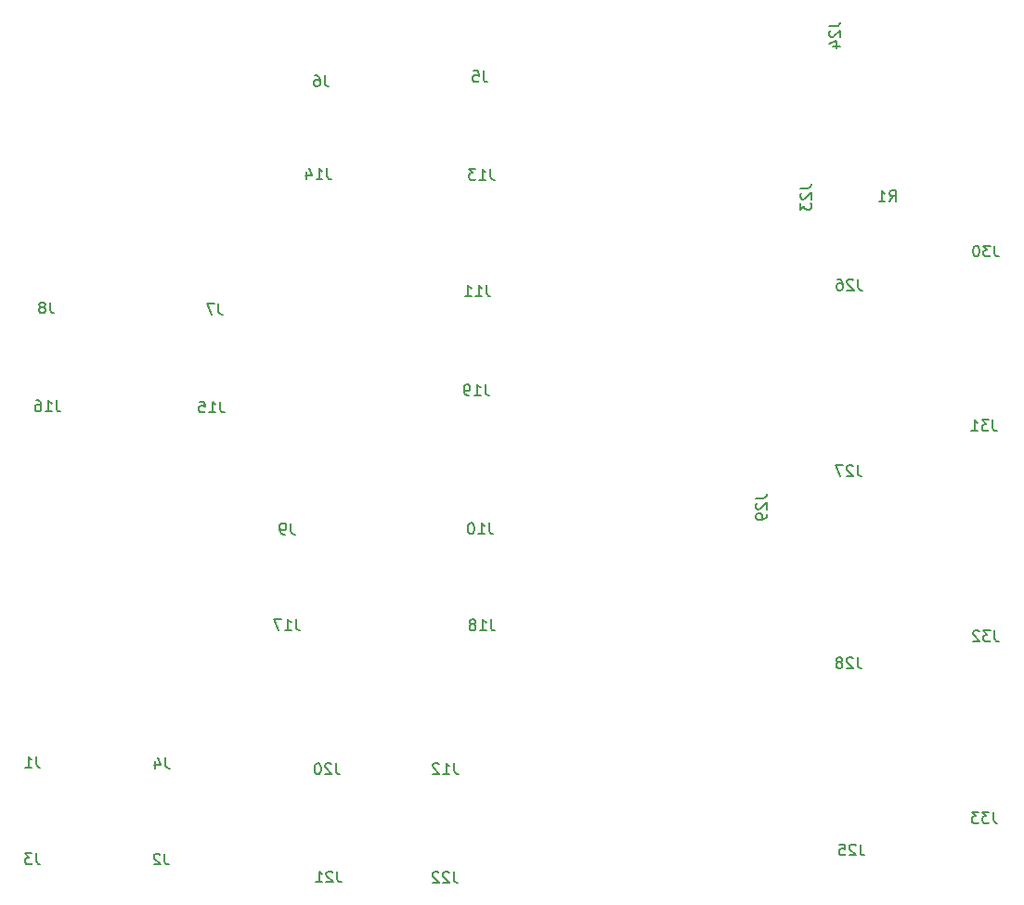
<source format=gbr>
G04 #@! TF.GenerationSoftware,KiCad,Pcbnew,(5.1.5-0-10_14)*
G04 #@! TF.CreationDate,2021-11-28T13:41:55+10:00*
G04 #@! TF.ProjectId,UFC - General Purpose Small PCB,55464320-2d20-4476-956e-6572616c2050,rev?*
G04 #@! TF.SameCoordinates,Original*
G04 #@! TF.FileFunction,Legend,Bot*
G04 #@! TF.FilePolarity,Positive*
%FSLAX46Y46*%
G04 Gerber Fmt 4.6, Leading zero omitted, Abs format (unit mm)*
G04 Created by KiCad (PCBNEW (5.1.5-0-10_14)) date 2021-11-28 13:41:55*
%MOMM*%
%LPD*%
G04 APERTURE LIST*
%ADD10C,0.150000*%
G04 APERTURE END LIST*
D10*
X44935733Y-111873180D02*
X44935733Y-112587466D01*
X44983352Y-112730323D01*
X45078590Y-112825561D01*
X45221447Y-112873180D01*
X45316685Y-112873180D01*
X43935733Y-112873180D02*
X44507161Y-112873180D01*
X44221447Y-112873180D02*
X44221447Y-111873180D01*
X44316685Y-112016038D01*
X44411923Y-112111276D01*
X44507161Y-112158895D01*
X56657833Y-120737380D02*
X56657833Y-121451666D01*
X56705452Y-121594523D01*
X56800690Y-121689761D01*
X56943547Y-121737380D01*
X57038785Y-121737380D01*
X56229261Y-120832619D02*
X56181642Y-120785000D01*
X56086404Y-120737380D01*
X55848309Y-120737380D01*
X55753071Y-120785000D01*
X55705452Y-120832619D01*
X55657833Y-120927857D01*
X55657833Y-121023095D01*
X55705452Y-121165952D01*
X56276880Y-121737380D01*
X55657833Y-121737380D01*
X44935733Y-120711980D02*
X44935733Y-121426266D01*
X44983352Y-121569123D01*
X45078590Y-121664361D01*
X45221447Y-121711980D01*
X45316685Y-121711980D01*
X44554780Y-120711980D02*
X43935733Y-120711980D01*
X44269066Y-121092933D01*
X44126209Y-121092933D01*
X44030971Y-121140552D01*
X43983352Y-121188171D01*
X43935733Y-121283409D01*
X43935733Y-121521504D01*
X43983352Y-121616742D01*
X44030971Y-121664361D01*
X44126209Y-121711980D01*
X44411923Y-121711980D01*
X44507161Y-121664361D01*
X44554780Y-121616742D01*
X56721333Y-111974780D02*
X56721333Y-112689066D01*
X56768952Y-112831923D01*
X56864190Y-112927161D01*
X57007047Y-112974780D01*
X57102285Y-112974780D01*
X55816571Y-112308114D02*
X55816571Y-112974780D01*
X56054666Y-111927161D02*
X56292761Y-112641447D01*
X55673714Y-112641447D01*
X85728133Y-49337980D02*
X85728133Y-50052266D01*
X85775752Y-50195123D01*
X85870990Y-50290361D01*
X86013847Y-50337980D01*
X86109085Y-50337980D01*
X84775752Y-49337980D02*
X85251942Y-49337980D01*
X85299561Y-49814171D01*
X85251942Y-49766552D01*
X85156704Y-49718933D01*
X84918609Y-49718933D01*
X84823371Y-49766552D01*
X84775752Y-49814171D01*
X84728133Y-49909409D01*
X84728133Y-50147504D01*
X84775752Y-50242742D01*
X84823371Y-50290361D01*
X84918609Y-50337980D01*
X85156704Y-50337980D01*
X85251942Y-50290361D01*
X85299561Y-50242742D01*
X86356723Y-58278780D02*
X86356723Y-58993066D01*
X86404342Y-59135923D01*
X86499580Y-59231161D01*
X86642438Y-59278780D01*
X86737676Y-59278780D01*
X85356723Y-59278780D02*
X85928152Y-59278780D01*
X85642438Y-59278780D02*
X85642438Y-58278780D01*
X85737676Y-58421638D01*
X85832914Y-58516876D01*
X85928152Y-58564495D01*
X85023390Y-58278780D02*
X84404342Y-58278780D01*
X84737676Y-58659733D01*
X84594819Y-58659733D01*
X84499580Y-58707352D01*
X84451961Y-58754971D01*
X84404342Y-58850209D01*
X84404342Y-59088304D01*
X84451961Y-59183542D01*
X84499580Y-59231161D01*
X84594819Y-59278780D01*
X84880533Y-59278780D01*
X84975771Y-59231161D01*
X85023390Y-59183542D01*
X120087523Y-119899380D02*
X120087523Y-120613666D01*
X120135142Y-120756523D01*
X120230380Y-120851761D01*
X120373238Y-120899380D01*
X120468476Y-120899380D01*
X119658952Y-119994619D02*
X119611333Y-119947000D01*
X119516095Y-119899380D01*
X119278000Y-119899380D01*
X119182761Y-119947000D01*
X119135142Y-119994619D01*
X119087523Y-120089857D01*
X119087523Y-120185095D01*
X119135142Y-120327952D01*
X119706571Y-120899380D01*
X119087523Y-120899380D01*
X118182761Y-119899380D02*
X118658952Y-119899380D01*
X118706571Y-120375571D01*
X118658952Y-120327952D01*
X118563714Y-120280333D01*
X118325619Y-120280333D01*
X118230380Y-120327952D01*
X118182761Y-120375571D01*
X118135142Y-120470809D01*
X118135142Y-120708904D01*
X118182761Y-120804142D01*
X118230380Y-120851761D01*
X118325619Y-120899380D01*
X118563714Y-120899380D01*
X118658952Y-120851761D01*
X118706571Y-120804142D01*
X119871623Y-68349880D02*
X119871623Y-69064166D01*
X119919242Y-69207023D01*
X120014480Y-69302261D01*
X120157338Y-69349880D01*
X120252576Y-69349880D01*
X119443052Y-68445119D02*
X119395433Y-68397500D01*
X119300195Y-68349880D01*
X119062100Y-68349880D01*
X118966861Y-68397500D01*
X118919242Y-68445119D01*
X118871623Y-68540357D01*
X118871623Y-68635595D01*
X118919242Y-68778452D01*
X119490671Y-69349880D01*
X118871623Y-69349880D01*
X118014480Y-68349880D02*
X118204957Y-68349880D01*
X118300195Y-68397500D01*
X118347814Y-68445119D01*
X118443052Y-68587976D01*
X118490671Y-68778452D01*
X118490671Y-69159404D01*
X118443052Y-69254642D01*
X118395433Y-69302261D01*
X118300195Y-69349880D01*
X118109719Y-69349880D01*
X118014480Y-69302261D01*
X117966861Y-69254642D01*
X117919242Y-69159404D01*
X117919242Y-68921309D01*
X117966861Y-68826071D01*
X118014480Y-68778452D01*
X118109719Y-68730833D01*
X118300195Y-68730833D01*
X118395433Y-68778452D01*
X118443052Y-68826071D01*
X118490671Y-68921309D01*
X119833523Y-85304414D02*
X119833523Y-86018700D01*
X119881142Y-86161557D01*
X119976380Y-86256795D01*
X120119238Y-86304414D01*
X120214476Y-86304414D01*
X119404952Y-85399653D02*
X119357333Y-85352034D01*
X119262095Y-85304414D01*
X119024000Y-85304414D01*
X118928761Y-85352034D01*
X118881142Y-85399653D01*
X118833523Y-85494891D01*
X118833523Y-85590129D01*
X118881142Y-85732986D01*
X119452571Y-86304414D01*
X118833523Y-86304414D01*
X118500190Y-85304414D02*
X117833523Y-85304414D01*
X118262095Y-86304414D01*
X119833523Y-102830248D02*
X119833523Y-103544534D01*
X119881142Y-103687391D01*
X119976380Y-103782629D01*
X120119238Y-103830248D01*
X120214476Y-103830248D01*
X119404952Y-102925487D02*
X119357333Y-102877868D01*
X119262095Y-102830248D01*
X119024000Y-102830248D01*
X118928761Y-102877868D01*
X118881142Y-102925487D01*
X118833523Y-103020725D01*
X118833523Y-103115963D01*
X118881142Y-103258820D01*
X119452571Y-103830248D01*
X118833523Y-103830248D01*
X118262095Y-103258820D02*
X118357333Y-103211201D01*
X118404952Y-103163582D01*
X118452571Y-103068344D01*
X118452571Y-103020725D01*
X118404952Y-102925487D01*
X118357333Y-102877868D01*
X118262095Y-102830248D01*
X118071619Y-102830248D01*
X117976380Y-102877868D01*
X117928761Y-102925487D01*
X117881142Y-103020725D01*
X117881142Y-103068344D01*
X117928761Y-103163582D01*
X117976380Y-103211201D01*
X118071619Y-103258820D01*
X118262095Y-103258820D01*
X118357333Y-103306439D01*
X118404952Y-103354058D01*
X118452571Y-103449296D01*
X118452571Y-103639772D01*
X118404952Y-103735010D01*
X118357333Y-103782629D01*
X118262095Y-103830248D01*
X118071619Y-103830248D01*
X117976380Y-103782629D01*
X117928761Y-103735010D01*
X117881142Y-103639772D01*
X117881142Y-103449296D01*
X117928761Y-103354058D01*
X117976380Y-103306439D01*
X118071619Y-103258820D01*
X132330923Y-65289180D02*
X132330923Y-66003466D01*
X132378542Y-66146323D01*
X132473780Y-66241561D01*
X132616638Y-66289180D01*
X132711876Y-66289180D01*
X131949971Y-65289180D02*
X131330923Y-65289180D01*
X131664257Y-65670133D01*
X131521400Y-65670133D01*
X131426161Y-65717752D01*
X131378542Y-65765371D01*
X131330923Y-65860609D01*
X131330923Y-66098704D01*
X131378542Y-66193942D01*
X131426161Y-66241561D01*
X131521400Y-66289180D01*
X131807114Y-66289180D01*
X131902352Y-66241561D01*
X131949971Y-66193942D01*
X130711876Y-65289180D02*
X130616638Y-65289180D01*
X130521400Y-65336800D01*
X130473780Y-65384419D01*
X130426161Y-65479657D01*
X130378542Y-65670133D01*
X130378542Y-65908228D01*
X130426161Y-66098704D01*
X130473780Y-66193942D01*
X130521400Y-66241561D01*
X130616638Y-66289180D01*
X130711876Y-66289180D01*
X130807114Y-66241561D01*
X130854733Y-66193942D01*
X130902352Y-66098704D01*
X130949971Y-65908228D01*
X130949971Y-65670133D01*
X130902352Y-65479657D01*
X130854733Y-65384419D01*
X130807114Y-65336800D01*
X130711876Y-65289180D01*
X132178523Y-81189580D02*
X132178523Y-81903866D01*
X132226142Y-82046723D01*
X132321380Y-82141961D01*
X132464238Y-82189580D01*
X132559476Y-82189580D01*
X131797571Y-81189580D02*
X131178523Y-81189580D01*
X131511857Y-81570533D01*
X131369000Y-81570533D01*
X131273761Y-81618152D01*
X131226142Y-81665771D01*
X131178523Y-81761009D01*
X131178523Y-81999104D01*
X131226142Y-82094342D01*
X131273761Y-82141961D01*
X131369000Y-82189580D01*
X131654714Y-82189580D01*
X131749952Y-82141961D01*
X131797571Y-82094342D01*
X130226142Y-82189580D02*
X130797571Y-82189580D01*
X130511857Y-82189580D02*
X130511857Y-81189580D01*
X130607095Y-81332438D01*
X130702333Y-81427676D01*
X130797571Y-81475295D01*
X132330923Y-100391580D02*
X132330923Y-101105866D01*
X132378542Y-101248723D01*
X132473780Y-101343961D01*
X132616638Y-101391580D01*
X132711876Y-101391580D01*
X131949971Y-100391580D02*
X131330923Y-100391580D01*
X131664257Y-100772533D01*
X131521400Y-100772533D01*
X131426161Y-100820152D01*
X131378542Y-100867771D01*
X131330923Y-100963009D01*
X131330923Y-101201104D01*
X131378542Y-101296342D01*
X131426161Y-101343961D01*
X131521400Y-101391580D01*
X131807114Y-101391580D01*
X131902352Y-101343961D01*
X131949971Y-101296342D01*
X130949971Y-100486819D02*
X130902352Y-100439200D01*
X130807114Y-100391580D01*
X130569019Y-100391580D01*
X130473780Y-100439200D01*
X130426161Y-100486819D01*
X130378542Y-100582057D01*
X130378542Y-100677295D01*
X130426161Y-100820152D01*
X130997590Y-101391580D01*
X130378542Y-101391580D01*
X132229323Y-116952580D02*
X132229323Y-117666866D01*
X132276942Y-117809723D01*
X132372180Y-117904961D01*
X132515038Y-117952580D01*
X132610276Y-117952580D01*
X131848371Y-116952580D02*
X131229323Y-116952580D01*
X131562657Y-117333533D01*
X131419800Y-117333533D01*
X131324561Y-117381152D01*
X131276942Y-117428771D01*
X131229323Y-117524009D01*
X131229323Y-117762104D01*
X131276942Y-117857342D01*
X131324561Y-117904961D01*
X131419800Y-117952580D01*
X131705514Y-117952580D01*
X131800752Y-117904961D01*
X131848371Y-117857342D01*
X130895990Y-116952580D02*
X130276942Y-116952580D01*
X130610276Y-117333533D01*
X130467419Y-117333533D01*
X130372180Y-117381152D01*
X130324561Y-117428771D01*
X130276942Y-117524009D01*
X130276942Y-117762104D01*
X130324561Y-117857342D01*
X130372180Y-117904961D01*
X130467419Y-117952580D01*
X130753133Y-117952580D01*
X130848371Y-117904961D01*
X130895990Y-117857342D01*
X122746666Y-61259980D02*
X123080000Y-60783790D01*
X123318095Y-61259980D02*
X123318095Y-60259980D01*
X122937142Y-60259980D01*
X122841904Y-60307600D01*
X122794285Y-60355219D01*
X122746666Y-60450457D01*
X122746666Y-60593314D01*
X122794285Y-60688552D01*
X122841904Y-60736171D01*
X122937142Y-60783790D01*
X123318095Y-60783790D01*
X121794285Y-61259980D02*
X122365714Y-61259980D01*
X122080000Y-61259980D02*
X122080000Y-60259980D01*
X122175238Y-60402838D01*
X122270476Y-60498076D01*
X122365714Y-60545695D01*
X83003923Y-122387980D02*
X83003923Y-123102266D01*
X83051542Y-123245123D01*
X83146780Y-123340361D01*
X83289638Y-123387980D01*
X83384876Y-123387980D01*
X82575352Y-122483219D02*
X82527733Y-122435600D01*
X82432495Y-122387980D01*
X82194400Y-122387980D01*
X82099161Y-122435600D01*
X82051542Y-122483219D01*
X82003923Y-122578457D01*
X82003923Y-122673695D01*
X82051542Y-122816552D01*
X82622971Y-123387980D01*
X82003923Y-123387980D01*
X81622971Y-122483219D02*
X81575352Y-122435600D01*
X81480114Y-122387980D01*
X81242019Y-122387980D01*
X81146780Y-122435600D01*
X81099161Y-122483219D01*
X81051542Y-122578457D01*
X81051542Y-122673695D01*
X81099161Y-122816552D01*
X81670590Y-123387980D01*
X81051542Y-123387980D01*
X114615980Y-60048876D02*
X115330266Y-60048876D01*
X115473123Y-60001257D01*
X115568361Y-59906019D01*
X115615980Y-59763161D01*
X115615980Y-59667923D01*
X114711219Y-60477447D02*
X114663600Y-60525066D01*
X114615980Y-60620304D01*
X114615980Y-60858400D01*
X114663600Y-60953638D01*
X114711219Y-61001257D01*
X114806457Y-61048876D01*
X114901695Y-61048876D01*
X115044552Y-61001257D01*
X115615980Y-60429828D01*
X115615980Y-61048876D01*
X114615980Y-61382209D02*
X114615980Y-62001257D01*
X114996933Y-61667923D01*
X114996933Y-61810780D01*
X115044552Y-61906019D01*
X115092171Y-61953638D01*
X115187409Y-62001257D01*
X115425504Y-62001257D01*
X115520742Y-61953638D01*
X115568361Y-61906019D01*
X115615980Y-61810780D01*
X115615980Y-61525066D01*
X115568361Y-61429828D01*
X115520742Y-61382209D01*
X110552380Y-88344476D02*
X111266666Y-88344476D01*
X111409523Y-88296857D01*
X111504761Y-88201619D01*
X111552380Y-88058761D01*
X111552380Y-87963523D01*
X110647619Y-88773047D02*
X110600000Y-88820666D01*
X110552380Y-88915904D01*
X110552380Y-89154000D01*
X110600000Y-89249238D01*
X110647619Y-89296857D01*
X110742857Y-89344476D01*
X110838095Y-89344476D01*
X110980952Y-89296857D01*
X111552380Y-88725428D01*
X111552380Y-89344476D01*
X111552380Y-89820666D02*
X111552380Y-90011142D01*
X111504761Y-90106380D01*
X111457142Y-90154000D01*
X111314285Y-90249238D01*
X111123809Y-90296857D01*
X110742857Y-90296857D01*
X110647619Y-90249238D01*
X110600000Y-90201619D01*
X110552380Y-90106380D01*
X110552380Y-89915904D01*
X110600000Y-89820666D01*
X110647619Y-89773047D01*
X110742857Y-89725428D01*
X110980952Y-89725428D01*
X111076190Y-89773047D01*
X111123809Y-89820666D01*
X111171428Y-89915904D01*
X111171428Y-90106380D01*
X111123809Y-90201619D01*
X111076190Y-90249238D01*
X110980952Y-90296857D01*
X117257780Y-45266076D02*
X117972066Y-45266076D01*
X118114923Y-45218457D01*
X118210161Y-45123219D01*
X118257780Y-44980361D01*
X118257780Y-44885123D01*
X117353019Y-45694647D02*
X117305400Y-45742266D01*
X117257780Y-45837504D01*
X117257780Y-46075600D01*
X117305400Y-46170838D01*
X117353019Y-46218457D01*
X117448257Y-46266076D01*
X117543495Y-46266076D01*
X117686352Y-46218457D01*
X118257780Y-45647028D01*
X118257780Y-46266076D01*
X117591114Y-47123219D02*
X118257780Y-47123219D01*
X117210161Y-46885123D02*
X117924447Y-46647028D01*
X117924447Y-47266076D01*
X72394323Y-122347980D02*
X72394323Y-123062266D01*
X72441942Y-123205123D01*
X72537180Y-123300361D01*
X72680038Y-123347980D01*
X72775276Y-123347980D01*
X71965752Y-122443219D02*
X71918133Y-122395600D01*
X71822895Y-122347980D01*
X71584800Y-122347980D01*
X71489561Y-122395600D01*
X71441942Y-122443219D01*
X71394323Y-122538457D01*
X71394323Y-122633695D01*
X71441942Y-122776552D01*
X72013371Y-123347980D01*
X71394323Y-123347980D01*
X70441942Y-123347980D02*
X71013371Y-123347980D01*
X70727657Y-123347980D02*
X70727657Y-122347980D01*
X70822895Y-122490838D01*
X70918133Y-122586076D01*
X71013371Y-122633695D01*
X72279523Y-112504780D02*
X72279523Y-113219066D01*
X72327142Y-113361923D01*
X72422380Y-113457161D01*
X72565238Y-113504780D01*
X72660476Y-113504780D01*
X71850952Y-112600019D02*
X71803333Y-112552400D01*
X71708095Y-112504780D01*
X71470000Y-112504780D01*
X71374761Y-112552400D01*
X71327142Y-112600019D01*
X71279523Y-112695257D01*
X71279523Y-112790495D01*
X71327142Y-112933352D01*
X71898571Y-113504780D01*
X71279523Y-113504780D01*
X70660476Y-112504780D02*
X70565238Y-112504780D01*
X70470000Y-112552400D01*
X70422380Y-112600019D01*
X70374761Y-112695257D01*
X70327142Y-112885733D01*
X70327142Y-113123828D01*
X70374761Y-113314304D01*
X70422380Y-113409542D01*
X70470000Y-113457161D01*
X70565238Y-113504780D01*
X70660476Y-113504780D01*
X70755714Y-113457161D01*
X70803333Y-113409542D01*
X70850952Y-113314304D01*
X70898571Y-113123828D01*
X70898571Y-112885733D01*
X70850952Y-112695257D01*
X70803333Y-112600019D01*
X70755714Y-112552400D01*
X70660476Y-112504780D01*
X85899523Y-77938380D02*
X85899523Y-78652666D01*
X85947142Y-78795523D01*
X86042380Y-78890761D01*
X86185238Y-78938380D01*
X86280476Y-78938380D01*
X84899523Y-78938380D02*
X85470952Y-78938380D01*
X85185238Y-78938380D02*
X85185238Y-77938380D01*
X85280476Y-78081238D01*
X85375714Y-78176476D01*
X85470952Y-78224095D01*
X84423333Y-78938380D02*
X84232857Y-78938380D01*
X84137619Y-78890761D01*
X84090000Y-78843142D01*
X83994761Y-78700285D01*
X83947142Y-78509809D01*
X83947142Y-78128857D01*
X83994761Y-78033619D01*
X84042380Y-77986000D01*
X84137619Y-77938380D01*
X84328095Y-77938380D01*
X84423333Y-77986000D01*
X84470952Y-78033619D01*
X84518571Y-78128857D01*
X84518571Y-78366952D01*
X84470952Y-78462190D01*
X84423333Y-78509809D01*
X84328095Y-78557428D01*
X84137619Y-78557428D01*
X84042380Y-78509809D01*
X83994761Y-78462190D01*
X83947142Y-78366952D01*
X86407523Y-99376380D02*
X86407523Y-100090666D01*
X86455142Y-100233523D01*
X86550380Y-100328761D01*
X86693238Y-100376380D01*
X86788476Y-100376380D01*
X85407523Y-100376380D02*
X85978952Y-100376380D01*
X85693238Y-100376380D02*
X85693238Y-99376380D01*
X85788476Y-99519238D01*
X85883714Y-99614476D01*
X85978952Y-99662095D01*
X84836095Y-99804952D02*
X84931333Y-99757333D01*
X84978952Y-99709714D01*
X85026571Y-99614476D01*
X85026571Y-99566857D01*
X84978952Y-99471619D01*
X84931333Y-99424000D01*
X84836095Y-99376380D01*
X84645619Y-99376380D01*
X84550380Y-99424000D01*
X84502761Y-99471619D01*
X84455142Y-99566857D01*
X84455142Y-99614476D01*
X84502761Y-99709714D01*
X84550380Y-99757333D01*
X84645619Y-99804952D01*
X84836095Y-99804952D01*
X84931333Y-99852571D01*
X84978952Y-99900190D01*
X85026571Y-99995428D01*
X85026571Y-100185904D01*
X84978952Y-100281142D01*
X84931333Y-100328761D01*
X84836095Y-100376380D01*
X84645619Y-100376380D01*
X84550380Y-100328761D01*
X84502761Y-100281142D01*
X84455142Y-100185904D01*
X84455142Y-99995428D01*
X84502761Y-99900190D01*
X84550380Y-99852571D01*
X84645619Y-99804952D01*
X68627523Y-99348780D02*
X68627523Y-100063066D01*
X68675142Y-100205923D01*
X68770380Y-100301161D01*
X68913238Y-100348780D01*
X69008476Y-100348780D01*
X67627523Y-100348780D02*
X68198952Y-100348780D01*
X67913238Y-100348780D02*
X67913238Y-99348780D01*
X68008476Y-99491638D01*
X68103714Y-99586876D01*
X68198952Y-99634495D01*
X67294190Y-99348780D02*
X66627523Y-99348780D01*
X67056095Y-100348780D01*
X46783523Y-79401580D02*
X46783523Y-80115866D01*
X46831142Y-80258723D01*
X46926380Y-80353961D01*
X47069238Y-80401580D01*
X47164476Y-80401580D01*
X45783523Y-80401580D02*
X46354952Y-80401580D01*
X46069238Y-80401580D02*
X46069238Y-79401580D01*
X46164476Y-79544438D01*
X46259714Y-79639676D01*
X46354952Y-79687295D01*
X44926380Y-79401580D02*
X45116857Y-79401580D01*
X45212095Y-79449200D01*
X45259714Y-79496819D01*
X45354952Y-79639676D01*
X45402571Y-79830152D01*
X45402571Y-80211104D01*
X45354952Y-80306342D01*
X45307333Y-80353961D01*
X45212095Y-80401580D01*
X45021619Y-80401580D01*
X44926380Y-80353961D01*
X44878761Y-80306342D01*
X44831142Y-80211104D01*
X44831142Y-79973009D01*
X44878761Y-79877771D01*
X44926380Y-79830152D01*
X45021619Y-79782533D01*
X45212095Y-79782533D01*
X45307333Y-79830152D01*
X45354952Y-79877771D01*
X45402571Y-79973009D01*
X61718723Y-79513180D02*
X61718723Y-80227466D01*
X61766342Y-80370323D01*
X61861580Y-80465561D01*
X62004438Y-80513180D01*
X62099676Y-80513180D01*
X60718723Y-80513180D02*
X61290152Y-80513180D01*
X61004438Y-80513180D02*
X61004438Y-79513180D01*
X61099676Y-79656038D01*
X61194914Y-79751276D01*
X61290152Y-79798895D01*
X59813961Y-79513180D02*
X60290152Y-79513180D01*
X60337771Y-79989371D01*
X60290152Y-79941752D01*
X60194914Y-79894133D01*
X59956819Y-79894133D01*
X59861580Y-79941752D01*
X59813961Y-79989371D01*
X59766342Y-80084609D01*
X59766342Y-80322704D01*
X59813961Y-80417942D01*
X59861580Y-80465561D01*
X59956819Y-80513180D01*
X60194914Y-80513180D01*
X60290152Y-80465561D01*
X60337771Y-80417942D01*
X71472323Y-58230380D02*
X71472323Y-58944666D01*
X71519942Y-59087523D01*
X71615180Y-59182761D01*
X71758038Y-59230380D01*
X71853276Y-59230380D01*
X70472323Y-59230380D02*
X71043752Y-59230380D01*
X70758038Y-59230380D02*
X70758038Y-58230380D01*
X70853276Y-58373238D01*
X70948514Y-58468476D01*
X71043752Y-58516095D01*
X69615180Y-58563714D02*
X69615180Y-59230380D01*
X69853276Y-58182761D02*
X70091371Y-58897047D01*
X69472323Y-58897047D01*
X83041523Y-112472780D02*
X83041523Y-113187066D01*
X83089142Y-113329923D01*
X83184380Y-113425161D01*
X83327238Y-113472780D01*
X83422476Y-113472780D01*
X82041523Y-113472780D02*
X82612952Y-113472780D01*
X82327238Y-113472780D02*
X82327238Y-112472780D01*
X82422476Y-112615638D01*
X82517714Y-112710876D01*
X82612952Y-112758495D01*
X81660571Y-112568019D02*
X81612952Y-112520400D01*
X81517714Y-112472780D01*
X81279619Y-112472780D01*
X81184380Y-112520400D01*
X81136761Y-112568019D01*
X81089142Y-112663257D01*
X81089142Y-112758495D01*
X81136761Y-112901352D01*
X81708190Y-113472780D01*
X81089142Y-113472780D01*
X86001123Y-68895980D02*
X86001123Y-69610266D01*
X86048742Y-69753123D01*
X86143980Y-69848361D01*
X86286838Y-69895980D01*
X86382076Y-69895980D01*
X85001123Y-69895980D02*
X85572552Y-69895980D01*
X85286838Y-69895980D02*
X85286838Y-68895980D01*
X85382076Y-69038838D01*
X85477314Y-69134076D01*
X85572552Y-69181695D01*
X84048742Y-69895980D02*
X84620171Y-69895980D01*
X84334457Y-69895980D02*
X84334457Y-68895980D01*
X84429695Y-69038838D01*
X84524933Y-69134076D01*
X84620171Y-69181695D01*
X86255123Y-90587580D02*
X86255123Y-91301866D01*
X86302742Y-91444723D01*
X86397980Y-91539961D01*
X86540838Y-91587580D01*
X86636076Y-91587580D01*
X85255123Y-91587580D02*
X85826552Y-91587580D01*
X85540838Y-91587580D02*
X85540838Y-90587580D01*
X85636076Y-90730438D01*
X85731314Y-90825676D01*
X85826552Y-90873295D01*
X84636076Y-90587580D02*
X84540838Y-90587580D01*
X84445600Y-90635200D01*
X84397980Y-90682819D01*
X84350361Y-90778057D01*
X84302742Y-90968533D01*
X84302742Y-91206628D01*
X84350361Y-91397104D01*
X84397980Y-91492342D01*
X84445600Y-91539961D01*
X84540838Y-91587580D01*
X84636076Y-91587580D01*
X84731314Y-91539961D01*
X84778933Y-91492342D01*
X84826552Y-91397104D01*
X84874171Y-91206628D01*
X84874171Y-90968533D01*
X84826552Y-90778057D01*
X84778933Y-90682819D01*
X84731314Y-90635200D01*
X84636076Y-90587580D01*
X68151333Y-90621580D02*
X68151333Y-91335866D01*
X68198952Y-91478723D01*
X68294190Y-91573961D01*
X68437047Y-91621580D01*
X68532285Y-91621580D01*
X67627523Y-91621580D02*
X67437047Y-91621580D01*
X67341809Y-91573961D01*
X67294190Y-91526342D01*
X67198952Y-91383485D01*
X67151333Y-91193009D01*
X67151333Y-90812057D01*
X67198952Y-90716819D01*
X67246571Y-90669200D01*
X67341809Y-90621580D01*
X67532285Y-90621580D01*
X67627523Y-90669200D01*
X67675142Y-90716819D01*
X67722761Y-90812057D01*
X67722761Y-91050152D01*
X67675142Y-91145390D01*
X67627523Y-91193009D01*
X67532285Y-91240628D01*
X67341809Y-91240628D01*
X67246571Y-91193009D01*
X67198952Y-91145390D01*
X67151333Y-91050152D01*
X46205733Y-70452380D02*
X46205733Y-71166666D01*
X46253352Y-71309523D01*
X46348590Y-71404761D01*
X46491447Y-71452380D01*
X46586685Y-71452380D01*
X45586685Y-70880952D02*
X45681923Y-70833333D01*
X45729542Y-70785714D01*
X45777161Y-70690476D01*
X45777161Y-70642857D01*
X45729542Y-70547619D01*
X45681923Y-70500000D01*
X45586685Y-70452380D01*
X45396209Y-70452380D01*
X45300971Y-70500000D01*
X45253352Y-70547619D01*
X45205733Y-70642857D01*
X45205733Y-70690476D01*
X45253352Y-70785714D01*
X45300971Y-70833333D01*
X45396209Y-70880952D01*
X45586685Y-70880952D01*
X45681923Y-70928571D01*
X45729542Y-70976190D01*
X45777161Y-71071428D01*
X45777161Y-71261904D01*
X45729542Y-71357142D01*
X45681923Y-71404761D01*
X45586685Y-71452380D01*
X45396209Y-71452380D01*
X45300971Y-71404761D01*
X45253352Y-71357142D01*
X45205733Y-71261904D01*
X45205733Y-71071428D01*
X45253352Y-70976190D01*
X45300971Y-70928571D01*
X45396209Y-70880952D01*
X61547333Y-70572380D02*
X61547333Y-71286666D01*
X61594952Y-71429523D01*
X61690190Y-71524761D01*
X61833047Y-71572380D01*
X61928285Y-71572380D01*
X61166380Y-70572380D02*
X60499714Y-70572380D01*
X60928285Y-71572380D01*
X71250133Y-49759180D02*
X71250133Y-50473466D01*
X71297752Y-50616323D01*
X71392990Y-50711561D01*
X71535847Y-50759180D01*
X71631085Y-50759180D01*
X70345371Y-49759180D02*
X70535847Y-49759180D01*
X70631085Y-49806800D01*
X70678704Y-49854419D01*
X70773942Y-49997276D01*
X70821561Y-50187752D01*
X70821561Y-50568704D01*
X70773942Y-50663942D01*
X70726323Y-50711561D01*
X70631085Y-50759180D01*
X70440609Y-50759180D01*
X70345371Y-50711561D01*
X70297752Y-50663942D01*
X70250133Y-50568704D01*
X70250133Y-50330609D01*
X70297752Y-50235371D01*
X70345371Y-50187752D01*
X70440609Y-50140133D01*
X70631085Y-50140133D01*
X70726323Y-50187752D01*
X70773942Y-50235371D01*
X70821561Y-50330609D01*
M02*

</source>
